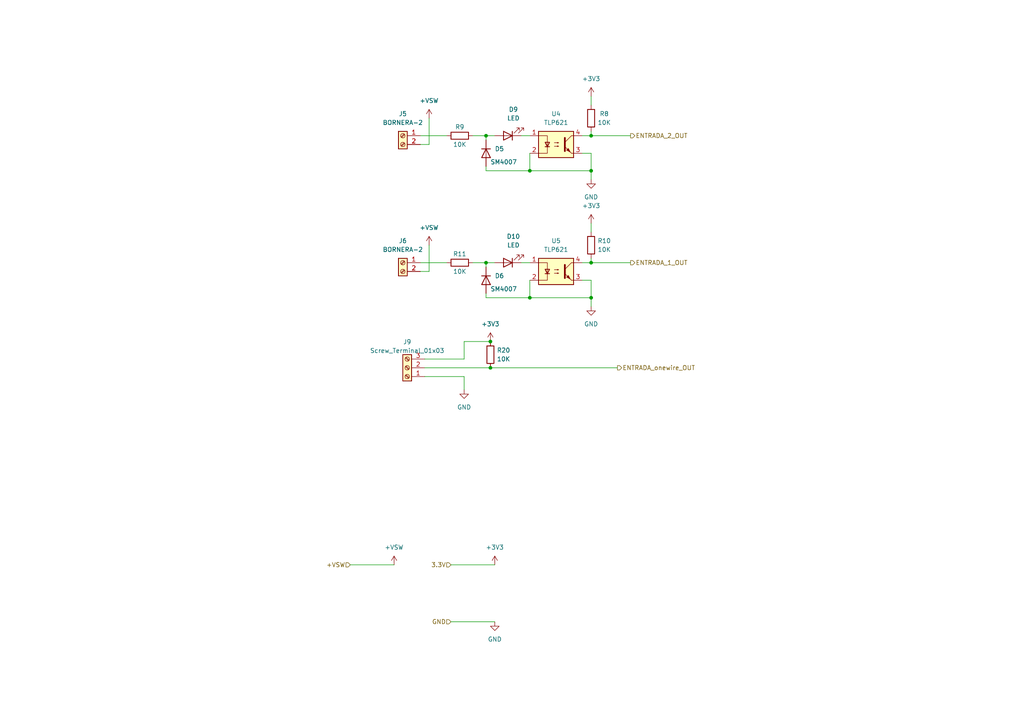
<source format=kicad_sch>
(kicad_sch (version 20230121) (generator eeschema)
  (paper "A4")
  (lib_symbols
    (symbol "Connector:Screw_Terminal_01x02" (pin_names (offset 1.016) hide)
      (property "Reference" "J" (at 0 2.54 0))
      (property "Value" "Screw_Terminal_01x02" (at 0 -5.08 0))
      (symbol "Screw_Terminal_01x02_1_1"
        (rectangle (start -1.27 1.27) (end 1.27 -3.81) (stroke (width 0.254)) (fill (type background)))
        (circle (center 0 -2.54) (radius 0.635) (stroke (width 0.1524)))
        (polyline (pts (xy -0.5334 -2.2098) (xy 0.3302 -3.048)) (stroke (width 0.1524)))
        (polyline (pts (xy -0.5334 0.3302) (xy 0.3302 -0.508)) (stroke (width 0.1524)))
        (polyline (pts (xy -0.3556 -2.032) (xy 0.508 -2.8702)) (stroke (width 0.1524)))
        (polyline (pts (xy -0.3556 0.508) (xy 0.508 -0.3302)) (stroke (width 0.1524)))
        (circle (center 0 0) (radius 0.635) (stroke (width 0.1524)))
        (pin passive line (at -5.08 0 0) (length 3.81) (name "Pin_1") (number "1"))
        (pin passive line (at -5.08 -2.54 0) (length 3.81) (name "Pin_2") (number "2"))
      )
    )
    (symbol "Connector:Screw_Terminal_01x03" (pin_names (offset 1.016) hide)
      (property "Reference" "J" (at 0 5.08 0))
      (property "Value" "Screw_Terminal_01x03" (at 0 -5.08 0))
      (symbol "Screw_Terminal_01x03_1_1"
        (rectangle (start -1.27 3.81) (end 1.27 -3.81) (stroke (width 0.254)) (fill (type background)))
        (circle (center 0 -2.54) (radius 0.635) (stroke (width 0.1524)))
        (polyline (pts (xy -0.5334 -2.2098) (xy 0.3302 -3.048)) (stroke (width 0.1524)))
        (polyline (pts (xy -0.5334 0.3302) (xy 0.3302 -0.508)) (stroke (width 0.1524)))
        (polyline (pts (xy -0.5334 2.8702) (xy 0.3302 2.032)) (stroke (width 0.1524)))
        (polyline (pts (xy -0.3556 -2.032) (xy 0.508 -2.8702)) (stroke (width 0.1524)))
        (polyline (pts (xy -0.3556 0.508) (xy 0.508 -0.3302)) (stroke (width 0.1524)))
        (polyline (pts (xy -0.3556 3.048) (xy 0.508 2.2098)) (stroke (width 0.1524)))
        (circle (center 0 0) (radius 0.635) (stroke (width 0.1524)))
        (circle (center 0 2.54) (radius 0.635) (stroke (width 0.1524)))
        (pin passive line (at -5.08 2.54 0) (length 3.81) (name "Pin_1") (number "1"))
        (pin passive line (at -5.08 0 0) (length 3.81) (name "Pin_2") (number "2"))
        (pin passive line (at -5.08 -2.54 0) (length 3.81) (name "Pin_3") (number "3"))
      )
    )
    (symbol "Device:LED" (pin_numbers hide) (pin_names (offset 1.016) hide)
      (property "Reference" "D" (at 0 2.54 0))
      (property "Value" "LED" (at 0 -2.54 0))
      (symbol "LED_0_1"
        (polyline (pts (xy -1.27 -1.27) (xy -1.27 1.27)) (stroke (width 0.254)))
        (polyline (pts (xy -1.27 0) (xy 1.27 0)))
        (polyline (pts (xy 1.27 -1.27) (xy 1.27 1.27) (xy -1.27 0) (xy 1.27 -1.27)) (stroke (width 0.254)))
        (polyline (pts (xy -3.048 -0.762) (xy -4.572 -2.286) (xy -3.81 -2.286) (xy -4.572 -2.286) (xy -4.572 -1.524)))
        (polyline (pts (xy -1.778 -0.762) (xy -3.302 -2.286) (xy -2.54 -2.286) (xy -3.302 -2.286) (xy -3.302 -1.524)))
      )
      (symbol "LED_1_1"
        (pin passive line (at -3.81 0 0) (length 2.54) (name "K") (number "1"))
        (pin passive line (at 3.81 0 180) (length 2.54) (name "A") (number "2"))
      )
    )
    (symbol "Device:R" (pin_numbers hide) (pin_names (offset 0))
      (property "Reference" "R" (at 2.032 0 90))
      (property "Value" "R" (at 0 0 90))
      (symbol "R_0_1"
        (rectangle (start -1.016 -2.54) (end 1.016 2.54) (stroke (width 0.254)))
      )
      (symbol "R_1_1"
        (pin passive line (at 0 3.81 270) (length 1.27) (name "~") (number "1"))
        (pin passive line (at 0 -3.81 90) (length 1.27) (name "~") (number "2"))
      )
    )
    (symbol "Diode:SM4007" (pin_numbers hide) (pin_names (offset 1.016) hide)
      (property "Reference" "D" (at 0 2.54 0))
      (property "Value" "SM4007" (at 0 -2.54 0))
      (symbol "SM4007_0_1"
        (polyline (pts (xy -1.27 1.27) (xy -1.27 -1.27)) (stroke (width 0.254)))
        (polyline (pts (xy 1.27 0) (xy -1.27 0)))
        (polyline (pts (xy 1.27 1.27) (xy 1.27 -1.27) (xy -1.27 0) (xy 1.27 1.27)) (stroke (width 0.254)))
      )
      (symbol "SM4007_1_1"
        (pin passive line (at -3.81 0 0) (length 2.54) (name "K") (number "1"))
        (pin passive line (at 3.81 0 180) (length 2.54) (name "A") (number "2"))
      )
    )
    (symbol "Isolator:PC817" (pin_names (offset 1.016))
      (property "Reference" "U" (at -5.08 5.08 0))
      (property "Value" "PC817" (at 0 5.08 0))
      (symbol "PC817_0_1"
        (rectangle (start -5.08 3.81) (end 5.08 -3.81) (stroke (width 0.254)) (fill (type background)))
        (polyline (pts (xy -3.175 -0.635) (xy -1.905 -0.635)) (stroke (width 0.254)))
        (polyline (pts (xy 2.54 0.635) (xy 4.445 2.54)))
        (polyline (pts (xy 4.445 -2.54) (xy 2.54 -0.635)) (fill (type outline)))
        (polyline (pts (xy 4.445 -2.54) (xy 5.08 -2.54)))
        (polyline (pts (xy 4.445 2.54) (xy 5.08 2.54)))
        (polyline (pts (xy -5.08 2.54) (xy -2.54 2.54) (xy -2.54 -0.635)))
        (polyline (pts (xy -2.54 -0.635) (xy -2.54 -2.54) (xy -5.08 -2.54)))
        (polyline (pts (xy 2.54 1.905) (xy 2.54 -1.905) (xy 2.54 -1.905)) (stroke (width 0.508)))
        (polyline (pts (xy -2.54 -0.635) (xy -3.175 0.635) (xy -1.905 0.635) (xy -2.54 -0.635)) (stroke (width 0.254)))
        (polyline (pts (xy -0.508 -0.508) (xy 0.762 -0.508) (xy 0.381 -0.635) (xy 0.381 -0.381) (xy 0.762 -0.508)))
        (polyline (pts (xy -0.508 0.508) (xy 0.762 0.508) (xy 0.381 0.381) (xy 0.381 0.635) (xy 0.762 0.508)))
        (polyline (pts (xy 3.048 -1.651) (xy 3.556 -1.143) (xy 4.064 -2.159) (xy 3.048 -1.651) (xy 3.048 -1.651)) (fill (type outline)))
      )
      (symbol "PC817_1_1"
        (pin passive line (at -7.62 2.54 0) (length 2.54) (name "~") (number "1"))
        (pin passive line (at -7.62 -2.54 0) (length 2.54) (name "~") (number "2"))
        (pin passive line (at 7.62 -2.54 180) (length 2.54) (name "~") (number "3"))
        (pin passive line (at 7.62 2.54 180) (length 2.54) (name "~") (number "4"))
      )
    )
    (symbol "power:+3.3V" (power) (pin_names (offset 0))
      (property "Value" "+3.3V" (at 0 3.556 0))
      (symbol "+3.3V_0_1"
        (polyline (pts (xy -0.762 1.27) (xy 0 2.54)))
        (polyline (pts (xy 0 0) (xy 0 2.54)))
        (polyline (pts (xy 0 2.54) (xy 0.762 1.27)))
      )
      (symbol "+3.3V_1_1"
        (pin power_in line (at 0 0 90) (length 0) hide (name "+3V3") (number "1"))
      )
    )
    (symbol "power:+VSW" (power) (pin_names (offset 0))
      (property "Value" "+VSW" (at 0 3.556 0))
      (symbol "+VSW_0_1"
        (polyline (pts (xy -0.762 1.27) (xy 0 2.54)))
        (polyline (pts (xy 0 0) (xy 0 2.54)))
        (polyline (pts (xy 0 2.54) (xy 0.762 1.27)))
      )
      (symbol "+VSW_1_1"
        (pin power_in line (at 0 0 90) (length 0) hide (name "+VSW") (number "1"))
      )
    )
    (symbol "power:GND" (power) (pin_names (offset 0))
      (property "Value" "GND" (at 0 -3.81 0))
      (symbol "GND_0_1"
        (polyline (pts (xy 0 0) (xy 0 -1.27) (xy 1.27 -1.27) (xy 0 -2.54) (xy -1.27 -1.27) (xy 0 -1.27)))
      )
      (symbol "GND_1_1"
        (pin power_in line (at 0 0 270) (length 0) hide (name "GND") (number "1"))
      )
    )
  )
  (junction (at 140.97 76.2))
  (junction (at 142.24 99.06))
  (junction (at 153.67 86.36))
  (junction (at 140.97 39.37))
  (junction (at 171.45 76.2))
  (junction (at 171.45 49.53))
  (junction (at 171.45 86.36))
  (junction (at 171.45 39.37))
  (junction (at 142.24 106.68))
  (junction (at 153.67 49.53))
  (wire (pts (xy 130.81 163.83) (xy 143.51 163.83)))
  (wire (pts (xy 123.19 106.68) (xy 142.24 106.68)))
  (wire (pts (xy 168.91 44.45) (xy 171.45 44.45)))
  (wire (pts (xy 121.92 76.2) (xy 129.54 76.2)))
  (wire (pts (xy 121.92 39.37) (xy 129.54 39.37)))
  (wire (pts (xy 168.91 39.37) (xy 171.45 39.37)))
  (wire (pts (xy 140.97 76.2) (xy 140.97 77.47)))
  (wire (pts (xy 171.45 49.53) (xy 171.45 52.07)))
  (wire (pts (xy 168.91 76.2) (xy 171.45 76.2)))
  (wire (pts (xy 140.97 85.09) (xy 140.97 86.36)))
  (wire (pts (xy 151.13 76.2) (xy 153.67 76.2)))
  (wire (pts (xy 142.24 106.68) (xy 179.07 106.68)))
  (wire (pts (xy 124.46 71.12) (xy 124.46 78.74)))
  (wire (pts (xy 153.67 49.53) (xy 153.67 44.45)))
  (wire (pts (xy 140.97 39.37) (xy 143.51 39.37)))
  (wire (pts (xy 168.91 81.28) (xy 171.45 81.28)))
  (wire (pts (xy 134.62 99.06) (xy 142.24 99.06)))
  (wire (pts (xy 153.67 86.36) (xy 140.97 86.36)))
  (wire (pts (xy 124.46 34.29) (xy 124.46 41.91)))
  (wire (pts (xy 101.6 163.83) (xy 114.3 163.83)))
  (wire (pts (xy 153.67 49.53) (xy 140.97 49.53)))
  (wire (pts (xy 123.19 104.14) (xy 134.62 104.14)))
  (wire (pts (xy 124.46 78.74) (xy 121.92 78.74)))
  (wire (pts (xy 123.19 109.22) (xy 134.62 109.22)))
  (wire (pts (xy 171.45 81.28) (xy 171.45 86.36)))
  (wire (pts (xy 171.45 27.94) (xy 171.45 30.48)))
  (wire (pts (xy 171.45 76.2) (xy 182.88 76.2)))
  (wire (pts (xy 171.45 39.37) (xy 182.88 39.37)))
  (wire (pts (xy 171.45 64.77) (xy 171.45 67.31)))
  (wire (pts (xy 134.62 109.22) (xy 134.62 113.03)))
  (wire (pts (xy 137.16 76.2) (xy 140.97 76.2)))
  (wire (pts (xy 130.81 180.34) (xy 143.51 180.34)))
  (wire (pts (xy 171.45 44.45) (xy 171.45 49.53)))
  (wire (pts (xy 124.46 41.91) (xy 121.92 41.91)))
  (wire (pts (xy 140.97 76.2) (xy 143.51 76.2)))
  (wire (pts (xy 153.67 49.53) (xy 171.45 49.53)))
  (wire (pts (xy 134.62 104.14) (xy 134.62 99.06)))
  (wire (pts (xy 140.97 48.26) (xy 140.97 49.53)))
  (wire (pts (xy 171.45 86.36) (xy 171.45 88.9)))
  (wire (pts (xy 140.97 39.37) (xy 140.97 40.64)))
  (wire (pts (xy 137.16 39.37) (xy 140.97 39.37)))
  (wire (pts (xy 151.13 39.37) (xy 153.67 39.37)))
  (wire (pts (xy 171.45 39.37) (xy 171.45 38.1)))
  (wire (pts (xy 153.67 86.36) (xy 171.45 86.36)))
  (wire (pts (xy 171.45 76.2) (xy 171.45 74.93)))
  (wire (pts (xy 153.67 86.36) (xy 153.67 81.28)))
  (hierarchical_label "ENTRADA_2_OUT" (shape output) (at 182.88 39.37 0))
  (hierarchical_label "3.3V" (shape input) (at 130.81 163.83 180))
  (hierarchical_label "ENTRADA_onewire_OUT" (shape output) (at 179.07 106.68 0))
  (hierarchical_label "GND" (shape input) (at 130.81 180.34 180))
  (hierarchical_label "ENTRADA_1_OUT" (shape output) (at 182.88 76.2 0))
  (hierarchical_label "+VSW" (shape input) (at 101.6 163.83 180))
  (symbol (lib_id "Device:LED") (at 147.32 39.37 180) (unit 1)
    (property "Reference" "D9" (at 148.9075 31.75 0))
    (property "Value" "LED" (at 148.9075 34.29 0))
    (property "Footprint" "LED_SMD:LED_0805_2012Metric_Pad1.15x1.40mm_HandSolder" (effects hide))
  )
  (symbol (lib_id "Device:R") (at 133.35 76.2 90) (unit 1)
    (property "Reference" "R11" (at 133.35 73.66 90))
    (property "Value" "10K" (at 133.35 78.74 90))
    (property "Footprint" "Resistor_SMD:R_0805_2012Metric_Pad1.20x1.40mm_HandSolder" (effects hide))
  )
  (symbol (lib_id "Connector:Screw_Terminal_01x03") (at 118.11 106.68 180) (unit 1)
    (property "Reference" "J9" (at 118.11 99.1702 0))
    (property "Value" "Screw_Terminal_01x03" (at 118.11 101.7071 0))
    (property "Footprint" "TerminalBlock_Phoenix:TerminalBlock_Phoenix_MKDS-1,5-3-5.08_1x03_P5.08mm_Horizontal" (effects hide))
  )
  (symbol (lib_id "power:+3.3V") (at 142.24 99.06 0) (unit 1)
    (property "Reference" "#PWR0113" (effects hide))
    (property "Value" "+3.3V" (at 142.24 93.98 0))
  )
  (symbol (lib_id "Connector:Screw_Terminal_01x02") (at 116.84 39.37 0) (mirror y) (unit 1)
    (property "Reference" "J5" (at 116.84 33.02 0))
    (property "Value" "BORNERA-2" (at 116.84 35.56 0))
    (property "Footprint" "TerminalBlock_Phoenix:TerminalBlock_Phoenix_MKDS-1,5-2-5.08_1x02_P5.08mm_Horizontal" (effects hide))
  )
  (symbol (lib_id "power:GND") (at 134.62 113.03 0) (unit 1)
    (property "Reference" "#PWR0114" (effects hide))
    (property "Value" "GND" (at 134.62 118.11 0))
  )
  (symbol (lib_id "Diode:SM4007") (at 140.97 81.28 270) (unit 1)
    (property "Reference" "D6" (at 143.51 80.0099 90) (effects (justify left)))
    (property "Value" "SM4007" (at 142.24 83.82 90) (effects (justify left)))
    (property "Footprint" "Diode_SMD:D_SMA_Handsoldering" (effects hide))
    (property "Datasheet" "http://cdn-reichelt.de/documents/datenblatt/A400/SMD1N400%23DIO.pdf" (effects hide))
  )
  (symbol (lib_id "Device:LED") (at 147.32 76.2 180) (unit 1)
    (property "Reference" "D10" (at 148.9075 68.58 0))
    (property "Value" "LED" (at 148.9075 71.12 0))
    (property "Footprint" "LED_SMD:LED_0805_2012Metric_Pad1.15x1.40mm_HandSolder" (effects hide))
  )
  (symbol (lib_id "power:GND") (at 171.45 88.9 0) (unit 1)
    (property "Reference" "#PWR032" (effects hide))
    (property "Value" "GND" (at 171.45 93.98 0))
  )
  (symbol (lib_id "power:+3.3V") (at 171.45 27.94 0) (unit 1)
    (property "Reference" "#PWR029" (effects hide))
    (property "Value" "+3.3V" (at 171.45 22.86 0))
  )
  (symbol (lib_id "power:GND") (at 171.45 52.07 0) (unit 1)
    (property "Reference" "#PWR030" (effects hide))
    (property "Value" "GND" (at 171.45 57.15 0))
  )
  (symbol (lib_id "Connector:Screw_Terminal_01x02") (at 116.84 76.2 0) (mirror y) (unit 1)
    (property "Reference" "J6" (at 116.84 69.85 0))
    (property "Value" "BORNERA-2" (at 116.84 72.39 0))
    (property "Footprint" "TerminalBlock_Phoenix:TerminalBlock_Phoenix_MKDS-1,5-2-5.08_1x02_P5.08mm_Horizontal" (effects hide))
  )
  (symbol (lib_id "power:+3.3V") (at 171.45 64.77 0) (unit 1)
    (property "Reference" "#PWR031" (effects hide))
    (property "Value" "+3.3V" (at 171.45 59.69 0))
  )
  (symbol (lib_id "power:+VSW") (at 124.46 34.29 0) (unit 1)
    (property "Reference" "#PWR0103" (effects hide))
    (property "Value" "+VSW" (at 124.46 29.21 0))
  )
  (symbol (lib_id "power:GND") (at 143.51 180.34 0) (unit 1)
    (property "Reference" "#PWR034" (effects hide))
    (property "Value" "GND" (at 143.51 185.42 0))
  )
  (symbol (lib_id "Device:R") (at 133.35 39.37 90) (unit 1)
    (property "Reference" "R9" (at 133.35 36.83 90))
    (property "Value" "10K" (at 133.35 41.91 90))
    (property "Footprint" "Resistor_SMD:R_0805_2012Metric_Pad1.20x1.40mm_HandSolder" (effects hide))
  )
  (symbol (lib_id "power:+3.3V") (at 143.51 163.83 0) (unit 1)
    (property "Reference" "#PWR033" (effects hide))
    (property "Value" "+3.3V" (at 143.51 158.75 0))
  )
  (symbol (lib_id "Diode:SM4007") (at 140.97 44.45 270) (unit 1)
    (property "Reference" "D5" (at 143.51 43.1799 90) (effects (justify left)))
    (property "Value" "SM4007" (at 142.24 46.99 90) (effects (justify left)))
    (property "Footprint" "Diode_SMD:D_SMA_Handsoldering" (effects hide))
    (property "Datasheet" "http://cdn-reichelt.de/documents/datenblatt/A400/SMD1N400%23DIO.pdf" (effects hide))
  )
  (symbol (lib_id "Isolator:PC817") (at 161.29 41.91 0) (unit 1)
    (property "Reference" "U4" (at 161.29 33.02 0))
    (property "Value" "TLP621" (at 161.29 35.56 0))
    (property "Footprint" "Package_DIP:DIP-4_W7.62mm" (effects hide))
    (property "Datasheet" "http://www.soselectronic.cz/a_info/resource/d/pc817.pdf" (effects hide))
  )
  (symbol (lib_id "Device:R") (at 171.45 34.29 0) (unit 1)
    (property "Reference" "R8" (at 175.26 33.02 0))
    (property "Value" "10K" (at 175.26 35.56 0))
    (property "Footprint" "Resistor_SMD:R_0805_2012Metric_Pad1.20x1.40mm_HandSolder" (effects hide))
  )
  (symbol (lib_id "Device:R") (at 171.45 71.12 0) (unit 1)
    (property "Reference" "R10" (at 175.26 69.85 0))
    (property "Value" "10K" (at 175.26 72.39 0))
    (property "Footprint" "Resistor_SMD:R_0805_2012Metric_Pad1.20x1.40mm_HandSolder" (effects hide))
  )
  (symbol (lib_id "Isolator:PC817") (at 161.29 78.74 0) (unit 1)
    (property "Reference" "U5" (at 161.29 69.85 0))
    (property "Value" "TLP621" (at 161.29 72.39 0))
    (property "Footprint" "Package_DIP:DIP-4_W7.62mm" (effects hide))
    (property "Datasheet" "http://www.soselectronic.cz/a_info/resource/d/pc817.pdf" (effects hide))
  )
  (symbol (lib_id "power:+VSW") (at 124.46 71.12 0) (unit 1)
    (property "Reference" "#PWR0104" (effects hide))
    (property "Value" "+VSW" (at 124.46 66.04 0))
  )
  (symbol (lib_id "Device:R") (at 142.24 102.87 0) (unit 1)
    (property "Reference" "R20" (at 146.05 101.6 0))
    (property "Value" "10K" (at 146.05 104.14 0))
    (property "Footprint" "Resistor_SMD:R_0805_2012Metric_Pad1.20x1.40mm_HandSolder" (effects hide))
  )
  (symbol (lib_id "power:+VSW") (at 114.3 163.83 0) (unit 1)
    (property "Reference" "#PWR0102" (effects hide))
    (property "Value" "+VSW" (at 114.3 158.75 0))
  )
)
</source>
